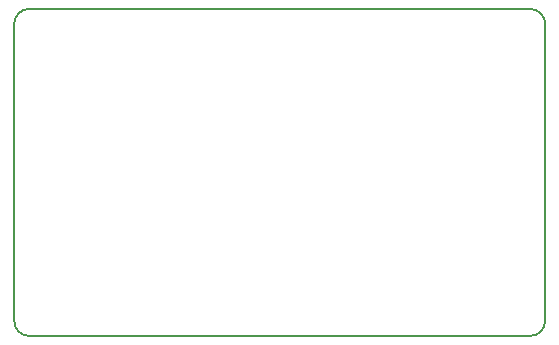
<source format=gbr>
G04 #@! TF.FileFunction,Profile,NP*
%FSLAX46Y46*%
G04 Gerber Fmt 4.6, Leading zero omitted, Abs format (unit mm)*
G04 Created by KiCad (PCBNEW 4.0.7-e2-6376~58~ubuntu16.04.1) date Mon Jan 22 14:14:19 2018*
%MOMM*%
%LPD*%
G01*
G04 APERTURE LIST*
%ADD10C,0.100000*%
%ADD11C,0.150000*%
G04 APERTURE END LIST*
D10*
D11*
X162560000Y-105156000D02*
X160909000Y-105156000D01*
X120142000Y-105156000D02*
X121412000Y-105156000D01*
X121539000Y-77470000D02*
X120142000Y-77470000D01*
X162560000Y-77470000D02*
X160909000Y-77470000D01*
X156464000Y-105156000D02*
X160909000Y-105156000D01*
X124333000Y-77470000D02*
X121412000Y-77470000D01*
X160909000Y-77470000D02*
X159385000Y-77470000D01*
X118872000Y-103886000D02*
X118872000Y-78740000D01*
X156464000Y-105156000D02*
X121412000Y-105156000D01*
X163830000Y-78740000D02*
X163830000Y-103886000D01*
X124333000Y-77470000D02*
X159385000Y-77470000D01*
X120142000Y-77470000D02*
G75*
G03X118872000Y-78740000I0J-1270000D01*
G01*
X118872000Y-103886000D02*
G75*
G03X120142000Y-105156000I1270000J0D01*
G01*
X162560000Y-105156000D02*
G75*
G03X163830000Y-103886000I0J1270000D01*
G01*
X163830000Y-78740000D02*
G75*
G03X162560000Y-77470000I-1270000J0D01*
G01*
M02*

</source>
